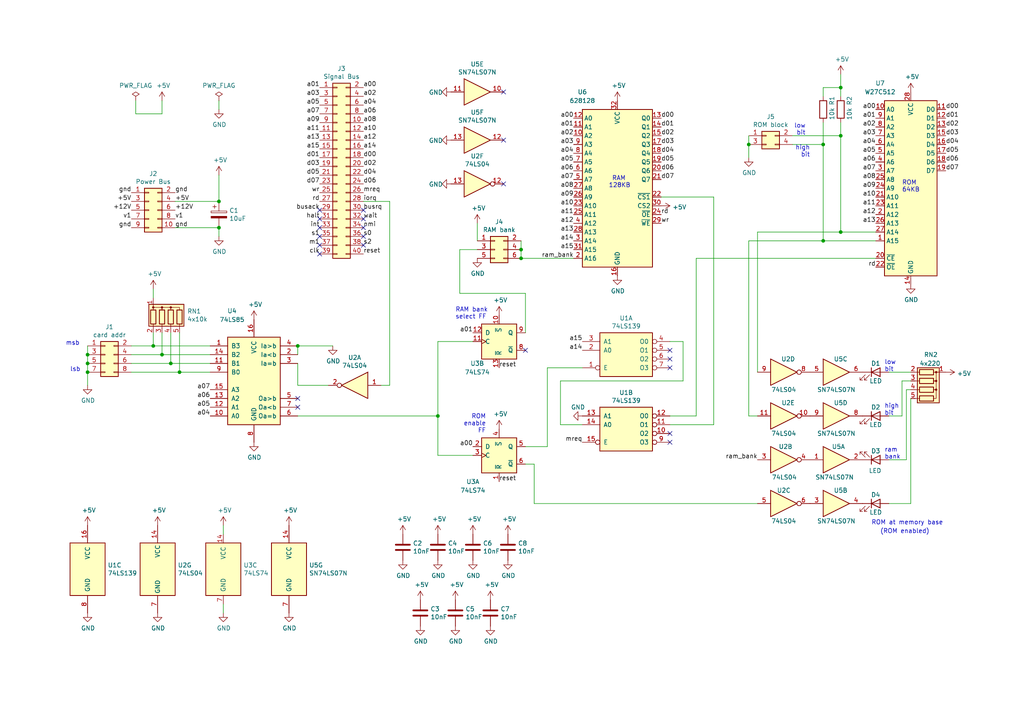
<source format=kicad_sch>
(kicad_sch (version 20211123) (generator eeschema)
  (paper "A4")
  (title_block (title "Memory Card for Z80 Modular Computer") (comment 1 "Also RAM bank (0 or 1) can be selected by hardware or software.") (comment 2 "CPU can disable ROM and work with full 64KB RAM, allowing bootstrap for CP/M.") (comment 3 "User can select which 16KB block of ROM will be used via jumpers (blocks 0, 1, 2 or 3).") (comment 4 "During initialization, bottom 16KB are ROM and the remaining 48KB are RAM."))
  (lib_symbols
    (symbol "74xx:74LS04"
      (property "Reference" "U" (at 0 1.27 0))
      (property "Value" "74LS04" (at 0 -1.27 0))
      (symbol "74LS04_1_0"
        (pin input line (at -7.62 0 0) (length 3.81) (name "~") (number "1"))
        (pin output inverted (at 7.62 0 180) (length 3.81) (name "~") (number "2"))
      )
      (symbol "74LS04_2_0"
        (pin input line (at -7.62 0 0) (length 3.81) (name "~") (number "3"))
        (pin output inverted (at 7.62 0 180) (length 3.81) (name "~") (number "4"))
      )
      (symbol "74LS04_3_0"
        (pin input line (at -7.62 0 0) (length 3.81) (name "~") (number "5"))
        (pin output inverted (at 7.62 0 180) (length 3.81) (name "~") (number "6"))
      )
      (symbol "74LS04_4_0"
        (pin output inverted (at 7.62 0 180) (length 3.81) (name "~") (number "8"))
        (pin input line (at -7.62 0 0) (length 3.81) (name "~") (number "9"))
      )
      (symbol "74LS04_5_0"
        (pin output inverted (at 7.62 0 180) (length 3.81) (name "~") (number "10"))
        (pin input line (at -7.62 0 0) (length 3.81) (name "~") (number "11"))
      )
      (symbol "74LS04_6_0"
        (pin output inverted (at 7.62 0 180) (length 3.81) (name "~") (number "12"))
        (pin input line (at -7.62 0 0) (length 3.81) (name "~") (number "13"))
      )
      (symbol "74LS04_7_0"
        (pin power_in line (at 0 12.7 270) (length 5.08) (name "VCC") (number "14"))
        (pin power_in line (at 0 -12.7 90) (length 5.08) (name "GND") (number "7"))
      )
    )
    (symbol "74xx:74LS139" (pin_names (offset 1.016))
      (property "Reference" "U" (at -7.62 8.89 0))
      (property "Value" "74LS139" (at -7.62 -8.89 0))
      (symbol "74LS139_1_0"
        (pin input inverted (at -12.7 -5.08 0) (length 5.08) (name "E") (number "1"))
        (pin input line (at -12.7 0 0) (length 5.08) (name "A0") (number "2"))
        (pin input line (at -12.7 2.54 0) (length 5.08) (name "A1") (number "3"))
        (pin output inverted (at 12.7 2.54 180) (length 5.08) (name "O0") (number "4"))
        (pin output inverted (at 12.7 0 180) (length 5.08) (name "O1") (number "5"))
        (pin output inverted (at 12.7 -2.54 180) (length 5.08) (name "O2") (number "6"))
        (pin output inverted (at 12.7 -5.08 180) (length 5.08) (name "O3") (number "7"))
      )
      (symbol "74LS139_2_0"
        (pin output inverted (at 12.7 -2.54 180) (length 5.08) (name "O2") (number "10"))
        (pin output inverted (at 12.7 0 180) (length 5.08) (name "O1") (number "11"))
        (pin output inverted (at 12.7 2.54 180) (length 5.08) (name "O0") (number "12"))
        (pin input line (at -12.7 2.54 0) (length 5.08) (name "A1") (number "13"))
        (pin input line (at -12.7 0 0) (length 5.08) (name "A0") (number "14"))
        (pin input inverted (at -12.7 -5.08 0) (length 5.08) (name "E") (number "15"))
        (pin output inverted (at 12.7 -5.08 180) (length 5.08) (name "O3") (number "9"))
      )
      (symbol "74LS139_3_0"
        (pin power_in line (at 0 12.7 270) (length 5.08) (name "VCC") (number "16"))
        (pin power_in line (at 0 -12.7 90) (length 5.08) (name "GND") (number "8"))
      )
    )
    (symbol "74xx:74LS74" (pin_names (offset 1.016))
      (property "Reference" "U" (at -7.62 8.89 0))
      (property "Value" "74LS74" (at -7.62 -8.89 0))
      (symbol "74LS74_1_0"
        (pin input line (at 0 -7.62 90) (length 2.54) (name "~{R}") (number "1"))
        (pin input line (at -7.62 2.54 0) (length 2.54) (name "D") (number "2"))
        (pin input clock (at -7.62 0 0) (length 2.54) (name "C") (number "3"))
        (pin input line (at 0 7.62 270) (length 2.54) (name "~{S}") (number "4"))
        (pin output line (at 7.62 2.54 180) (length 2.54) (name "Q") (number "5"))
        (pin output line (at 7.62 -2.54 180) (length 2.54) (name "~{Q}") (number "6"))
      )
      (symbol "74LS74_2_0"
        (pin input line (at 0 7.62 270) (length 2.54) (name "~{S}") (number "10"))
        (pin input clock (at -7.62 0 0) (length 2.54) (name "C") (number "11"))
        (pin input line (at -7.62 2.54 0) (length 2.54) (name "D") (number "12"))
        (pin input line (at 0 -7.62 90) (length 2.54) (name "~{R}") (number "13"))
        (pin output line (at 7.62 -2.54 180) (length 2.54) (name "~{Q}") (number "8"))
        (pin output line (at 7.62 2.54 180) (length 2.54) (name "Q") (number "9"))
      )
      (symbol "74LS74_3_0"
        (pin power_in line (at 0 10.16 270) (length 2.54) (name "VCC") (number "14"))
        (pin power_in line (at 0 -10.16 90) (length 2.54) (name "GND") (number "7"))
      )
    )
    (symbol "74xx:74LS85" (pin_names (offset 1.016))
      (property "Reference" "U" (at -7.62 13.97 0))
      (property "Value" "74LS85" (at -7.62 -13.97 0))
      (symbol "74LS85_1_0"
        (pin input line (at -12.7 10.16 0) (length 5.08) (name "B3") (number "1"))
        (pin input line (at -12.7 -10.16 0) (length 5.08) (name "A0") (number "10"))
        (pin input line (at -12.7 5.08 0) (length 5.08) (name "B1") (number "11"))
        (pin input line (at -12.7 -7.62 0) (length 5.08) (name "A1") (number "12"))
        (pin input line (at -12.7 -5.08 0) (length 5.08) (name "A2") (number "13"))
        (pin input line (at -12.7 7.62 0) (length 5.08) (name "B2") (number "14"))
        (pin input line (at -12.7 -2.54 0) (length 5.08) (name "A3") (number "15"))
        (pin power_in line (at 0 17.78 270) (length 5.08) (name "VCC") (number "16"))
        (pin input line (at 12.7 7.62 180) (length 5.08) (name "Ia<b") (number "2"))
        (pin input line (at 12.7 5.08 180) (length 5.08) (name "Ia=b") (number "3"))
        (pin input line (at 12.7 10.16 180) (length 5.08) (name "Ia>b") (number "4"))
        (pin output line (at 12.7 -5.08 180) (length 5.08) (name "Oa>b") (number "5"))
        (pin output line (at 12.7 -10.16 180) (length 5.08) (name "Oa=b") (number "6"))
        (pin output line (at 12.7 -7.62 180) (length 5.08) (name "Oa<b") (number "7"))
        (pin power_in line (at 0 -17.78 90) (length 5.08) (name "GND") (number "8"))
        (pin input line (at -12.7 2.54 0) (length 5.08) (name "B0") (number "9"))
      )
    )
    (symbol "74xx:SN74LS07N" (pin_names (offset 1.016))
      (property "Reference" "U" (at 0 1.27 0))
      (property "Value" "SN74LS07N" (at 0 -1.27 0))
      (symbol "SN74LS07N_1_0"
        (pin input line (at -7.62 0 0) (length 3.81) (name "~") (number "1"))
        (pin open_collector line (at 7.62 0 180) (length 3.81) (name "~") (number "2"))
      )
      (symbol "SN74LS07N_2_0"
        (pin input line (at -7.62 0 0) (length 3.81) (name "~") (number "3"))
        (pin open_collector line (at 7.62 0 180) (length 3.81) (name "~") (number "4"))
      )
      (symbol "SN74LS07N_3_0"
        (pin input line (at -7.62 0 0) (length 3.81) (name "~") (number "5"))
        (pin open_collector line (at 7.62 0 180) (length 3.81) (name "~") (number "6"))
      )
      (symbol "SN74LS07N_4_0"
        (pin open_collector line (at 7.62 0 180) (length 3.81) (name "~") (number "8"))
        (pin input line (at -7.62 0 0) (length 3.81) (name "~") (number "9"))
      )
      (symbol "SN74LS07N_5_0"
        (pin open_collector line (at 7.62 0 180) (length 3.81) (name "~") (number "10"))
        (pin input line (at -7.62 0 0) (length 3.81) (name "~") (number "11"))
      )
      (symbol "SN74LS07N_6_0"
        (pin open_collector line (at 7.62 0 180) (length 3.81) (name "~") (number "12"))
        (pin input line (at -7.62 0 0) (length 3.81) (name "~") (number "13"))
      )
      (symbol "SN74LS07N_7_0"
        (pin power_in line (at 0 12.7 270) (length 5.08) (name "VCC") (number "14"))
        (pin power_in line (at 0 -12.7 90) (length 5.08) (name "GND") (number "7"))
      )
    )
    (symbol "Connector_Generic:Conn_02x02_Odd_Even" (pin_names (offset 1.016) hide)
      (property "Reference" "J" (at 1.27 2.54 0))
      (property "Value" "Conn_02x02_Odd_Even" (at 1.27 -5.08 0))
      (symbol "Conn_02x02_Odd_Even_1_1"
        (pin passive line (at -5.08 0 0) (length 3.81) (name "Pin_1") (number "1"))
        (pin passive line (at 7.62 0 180) (length 3.81) (name "Pin_2") (number "2"))
        (pin passive line (at -5.08 -2.54 0) (length 3.81) (name "Pin_3") (number "3"))
        (pin passive line (at 7.62 -2.54 180) (length 3.81) (name "Pin_4") (number "4"))
      )
    )
    (symbol "Connector_Generic:Conn_02x03_Odd_Even" (pin_names (offset 1.016) hide)
      (property "Reference" "J" (at 1.27 5.08 0))
      (property "Value" "Conn_02x03_Odd_Even" (at 1.27 -5.08 0))
      (symbol "Conn_02x03_Odd_Even_1_1"
        (pin passive line (at -5.08 2.54 0) (length 3.81) (name "Pin_1") (number "1"))
        (pin passive line (at 7.62 2.54 180) (length 3.81) (name "Pin_2") (number "2"))
        (pin passive line (at -5.08 0 0) (length 3.81) (name "Pin_3") (number "3"))
        (pin passive line (at 7.62 0 180) (length 3.81) (name "Pin_4") (number "4"))
        (pin passive line (at -5.08 -2.54 0) (length 3.81) (name "Pin_5") (number "5"))
        (pin passive line (at 7.62 -2.54 180) (length 3.81) (name "Pin_6") (number "6"))
      )
    )
    (symbol "Connector_Generic:Conn_02x04_Odd_Even" (pin_names (offset 1.016) hide)
      (property "Reference" "J" (at 1.27 5.08 0))
      (property "Value" "Conn_02x04_Odd_Even" (at 1.27 -7.62 0))
      (symbol "Conn_02x04_Odd_Even_1_1"
        (pin passive line (at -5.08 2.54 0) (length 3.81) (name "Pin_1") (number "1"))
        (pin passive line (at 7.62 2.54 180) (length 3.81) (name "Pin_2") (number "2"))
        (pin passive line (at -5.08 0 0) (length 3.81) (name "Pin_3") (number "3"))
        (pin passive line (at 7.62 0 180) (length 3.81) (name "Pin_4") (number "4"))
        (pin passive line (at -5.08 -2.54 0) (length 3.81) (name "Pin_5") (number "5"))
        (pin passive line (at 7.62 -2.54 180) (length 3.81) (name "Pin_6") (number "6"))
        (pin passive line (at -5.08 -5.08 0) (length 3.81) (name "Pin_7") (number "7"))
        (pin passive line (at 7.62 -5.08 180) (length 3.81) (name "Pin_8") (number "8"))
      )
    )
    (symbol "Connector_Generic:Conn_02x05_Odd_Even" (pin_names (offset 1.016) hide)
      (property "Reference" "J" (at 1.27 7.62 0))
      (property "Value" "Conn_02x05_Odd_Even" (at 1.27 -7.62 0))
      (symbol "Conn_02x05_Odd_Even_1_1"
        (pin passive line (at -5.08 5.08 0) (length 3.81) (name "Pin_1") (number "1"))
        (pin passive line (at 7.62 -5.08 180) (length 3.81) (name "Pin_10") (number "10"))
        (pin passive line (at 7.62 5.08 180) (length 3.81) (name "Pin_2") (number "2"))
        (pin passive line (at -5.08 2.54 0) (length 3.81) (name "Pin_3") (number "3"))
        (pin passive line (at 7.62 2.54 180) (length 3.81) (name "Pin_4") (number "4"))
        (pin passive line (at -5.08 0 0) (length 3.81) (name "Pin_5") (number "5"))
        (pin passive line (at 7.62 0 180) (length 3.81) (name "Pin_6") (number "6"))
        (pin passive line (at -5.08 -2.54 0) (length 3.81) (name "Pin_7") (number "7"))
        (pin passive line (at 7.62 -2.54 180) (length 3.81) (name "Pin_8") (number "8"))
        (pin passive line (at -5.08 -5.08 0) (length 3.81) (name "Pin_9") (number "9"))
      )
    )
    (symbol "Connector_Generic:Conn_02x20_Odd_Even" (pin_names (offset 1.016) hide)
      (property "Reference" "J" (at 1.27 25.4 0))
      (property "Value" "Conn_02x20_Odd_Even" (at 1.27 -27.94 0))
      (symbol "Conn_02x20_Odd_Even_1_1"
        (pin passive line (at -5.08 22.86 0) (length 3.81) (name "Pin_1") (number "1"))
        (pin passive line (at 7.62 12.7 180) (length 3.81) (name "Pin_10") (number "10"))
        (pin passive line (at -5.08 10.16 0) (length 3.81) (name "Pin_11") (number "11"))
        (pin passive line (at 7.62 10.16 180) (length 3.81) (name "Pin_12") (number "12"))
        (pin passive line (at -5.08 7.62 0) (length 3.81) (name "Pin_13") (number "13"))
        (pin passive line (at 7.62 7.62 180) (length 3.81) (name "Pin_14") (number "14"))
        (pin passive line (at -5.08 5.08 0) (length 3.81) (name "Pin_15") (number "15"))
        (pin passive line (at 7.62 5.08 180) (length 3.81) (name "Pin_16") (number "16"))
        (pin passive line (at -5.08 2.54 0) (length 3.81) (name "Pin_17") (number "17"))
        (pin passive line (at 7.62 2.54 180) (length 3.81) (name "Pin_18") (number "18"))
        (pin passive line (at -5.08 0 0) (length 3.81) (name "Pin_19") (number "19"))
        (pin passive line (at 7.62 22.86 180) (length 3.81) (name "Pin_2") (number "2"))
        (pin passive line (at 7.62 0 180) (length 3.81) (name "Pin_20") (number "20"))
        (pin passive line (at -5.08 -2.54 0) (length 3.81) (name "Pin_21") (number "21"))
        (pin passive line (at 7.62 -2.54 180) (length 3.81) (name "Pin_22") (number "22"))
        (pin passive line (at -5.08 -5.08 0) (length 3.81) (name "Pin_23") (number "23"))
        (pin passive line (at 7.62 -5.08 180) (length 3.81) (name "Pin_24") (number "24"))
        (pin passive line (at -5.08 -7.62 0) (length 3.81) (name "Pin_25") (number "25"))
        (pin passive line (at 7.62 -7.62 180) (length 3.81) (name "Pin_26") (number "26"))
        (pin passive line (at -5.08 -10.16 0) (length 3.81) (name "Pin_27") (number "27"))
        (pin passive line (at 7.62 -10.16 180) (length 3.81) (name "Pin_28") (number "28"))
        (pin passive line (at -5.08 -12.7 0) (length 3.81) (name "Pin_29") (number "29"))
        (pin passive line (at -5.08 20.32 0) (length 3.81) (name "Pin_3") (number "3"))
        (pin passive line (at 7.62 -12.7 180) (length 3.81) (name "Pin_30") (number "30"))
        (pin passive line (at -5.08 -15.24 0) (length 3.81) (name "Pin_31") (number "31"))
        (pin passive line (at 7.62 -15.24 180) (length 3.81) (name "Pin_32") (number "32"))
        (pin passive line (at -5.08 -17.78 0) (length 3.81) (name "Pin_33") (number "33"))
        (pin passive line (at 7.62 -17.78 180) (length 3.81) (name "Pin_34") (number "34"))
        (pin passive line (at -5.08 -20.32 0) (length 3.81) (name "Pin_35") (number "35"))
        (pin passive line (at 7.62 -20.32 180) (length 3.81) (name "Pin_36") (number "36"))
        (pin passive line (at -5.08 -22.86 0) (length 3.81) (name "Pin_37") (number "37"))
        (pin passive line (at 7.62 -22.86 180) (length 3.81) (name "Pin_38") (number "38"))
        (pin passive line (at -5.08 -25.4 0) (length 3.81) (name "Pin_39") (number "39"))
        (pin passive line (at 7.62 20.32 180) (length 3.81) (name "Pin_4") (number "4"))
        (pin passive line (at 7.62 -25.4 180) (length 3.81) (name "Pin_40") (number "40"))
        (pin passive line (at -5.08 17.78 0) (length 3.81) (name "Pin_5") (number "5"))
        (pin passive line (at 7.62 17.78 180) (length 3.81) (name "Pin_6") (number "6"))
        (pin passive line (at -5.08 15.24 0) (length 3.81) (name "Pin_7") (number "7"))
        (pin passive line (at 7.62 15.24 180) (length 3.81) (name "Pin_8") (number "8"))
        (pin passive line (at -5.08 12.7 0) (length 3.81) (name "Pin_9") (number "9"))
      )
    )
    (symbol "Device:C" (pin_numbers hide) (pin_names (offset 0.254))
      (property "Reference" "C" (at 0.635 2.54 0))
      (property "Value" "C" (at 0.635 -2.54 0))
      (symbol "C_1_1"
        (pin passive line (at 0 3.81 270) (length 2.794) (name "~") (number "1"))
        (pin passive line (at 0 -3.81 90) (length 2.794) (name "~") (number "2"))
      )
    )
    (symbol "Device:CP" (pin_numbers hide) (pin_names (offset 0.254))
      (property "Reference" "C" (at 0.635 2.54 0))
      (property "Value" "Device_CP" (at 0.635 -2.54 0))
      (symbol "CP_1_1"
        (pin passive line (at 0 3.81 270) (length 2.794) (name "~") (number "1"))
        (pin passive line (at 0 -3.81 90) (length 2.794) (name "~") (number "2"))
      )
    )
    (symbol "Device:LED" (pin_numbers hide) (pin_names (offset 1.016) hide)
      (property "Reference" "D" (at 0 2.54 0))
      (property "Value" "LED" (at 0 -2.54 0))
      (symbol "LED_1_1"
        (pin passive line (at -3.81 0 0) (length 2.54) (name "K") (number "1"))
        (pin passive line (at 3.81 0 180) (length 2.54) (name "A") (number "2"))
      )
    )
    (symbol "Device:R" (pin_numbers hide) (pin_names (offset 0))
      (property "Reference" "R" (at 2.032 0 90))
      (property "Value" "R" (at 0 0 90))
      (symbol "R_1_1"
        (pin passive line (at 0 3.81 270) (length 1.27) (name "~") (number "1"))
        (pin passive line (at 0 -3.81 90) (length 1.27) (name "~") (number "2"))
      )
    )
    (symbol "Device:R_Network04" (pin_names (offset 0) hide)
      (property "Reference" "RN" (at -7.62 0 90))
      (property "Value" "R_Network04" (at 5.08 0 90))
      (symbol "R_Network04_1_1"
        (pin passive line (at -5.08 5.08 270) (length 2.54) (name "common") (number "1"))
        (pin passive line (at -5.08 -5.08 90) (length 1.27) (name "R1") (number "2"))
        (pin passive line (at -2.54 -5.08 90) (length 1.27) (name "R2") (number "3"))
        (pin passive line (at 0 -5.08 90) (length 1.27) (name "R3") (number "4"))
        (pin passive line (at 2.54 -5.08 90) (length 1.27) (name "R4") (number "5"))
      )
    )
    (symbol "Memory_EPROM:27C512"
      (property "Reference" "U" (at -7.62 26.67 0))
      (property "Value" "27C512" (at 2.54 -26.67 0))
      (symbol "27C512_1_1"
        (pin input line (at -10.16 -15.24 0) (length 2.54) (name "A15") (number "1"))
        (pin input line (at -10.16 22.86 0) (length 2.54) (name "A0") (number "10"))
        (pin tri_state line (at 10.16 22.86 180) (length 2.54) (name "D0") (number "11"))
        (pin tri_state line (at 10.16 20.32 180) (length 2.54) (name "D1") (number "12"))
        (pin tri_state line (at 10.16 17.78 180) (length 2.54) (name "D2") (number "13"))
        (pin power_in line (at 0 -27.94 90) (length 2.54) (name "GND") (number "14"))
        (pin tri_state line (at 10.16 15.24 180) (length 2.54) (name "D3") (number "15"))
        (pin tri_state line (at 10.16 12.7 180) (length 2.54) (name "D4") (number "16"))
        (pin tri_state line (at 10.16 10.16 180) (length 2.54) (name "D5") (number "17"))
        (pin tri_state line (at 10.16 7.62 180) (length 2.54) (name "D6") (number "18"))
        (pin tri_state line (at 10.16 5.08 180) (length 2.54) (name "D7") (number "19"))
        (pin input line (at -10.16 -7.62 0) (length 2.54) (name "A12") (number "2"))
        (pin input line (at -10.16 -20.32 0) (length 2.54) (name "~{CE}") (number "20"))
        (pin input line (at -10.16 -2.54 0) (length 2.54) (name "A10") (number "21"))
        (pin input line (at -10.16 -22.86 0) (length 2.54) (name "~{OE}") (number "22"))
        (pin input line (at -10.16 -5.08 0) (length 2.54) (name "A11") (number "23"))
        (pin input line (at -10.16 0 0) (length 2.54) (name "A9") (number "24"))
        (pin input line (at -10.16 2.54 0) (length 2.54) (name "A8") (number "25"))
        (pin input line (at -10.16 -10.16 0) (length 2.54) (name "A13") (number "26"))
        (pin input line (at -10.16 -12.7 0) (length 2.54) (name "A14") (number "27"))
        (pin power_in line (at 0 27.94 270) (length 2.54) (name "VCC") (number "28"))
        (pin input line (at -10.16 5.08 0) (length 2.54) (name "A7") (number "3"))
        (pin input line (at -10.16 7.62 0) (length 2.54) (name "A6") (number "4"))
        (pin input line (at -10.16 10.16 0) (length 2.54) (name "A5") (number "5"))
        (pin input line (at -10.16 12.7 0) (length 2.54) (name "A4") (number "6"))
        (pin input line (at -10.16 15.24 0) (length 2.54) (name "A3") (number "7"))
        (pin input line (at -10.16 17.78 0) (length 2.54) (name "A2") (number "8"))
        (pin input line (at -10.16 20.32 0) (length 2.54) (name "A1") (number "9"))
      )
    )
    (symbol "Memory_RAM:628128_DIP32_SSOP32"
      (property "Reference" "U" (at -10.16 23.495 0))
      (property "Value" "628128_DIP32_SSOP32" (at 2.54 23.495 0))
      (symbol "628128_DIP32_SSOP32_0_0"
        (pin power_in line (at 0 -25.4 90) (length 2.54) (name "GND") (number "16"))
        (pin power_in line (at 0 25.4 270) (length 2.54) (name "VCC") (number "32"))
      )
      (symbol "628128_DIP32_SSOP32_1_1"
        (pin no_connect line (at 10.16 -20.32 180) (length 2.54) hide (name "NC") (number "1"))
        (pin input line (at -12.7 15.24 0) (length 2.54) (name "A2") (number "10"))
        (pin input line (at -12.7 17.78 0) (length 2.54) (name "A1") (number "11"))
        (pin input line (at -12.7 20.32 0) (length 2.54) (name "A0") (number "12"))
        (pin tri_state line (at 12.7 20.32 180) (length 2.54) (name "Q0") (number "13"))
        (pin tri_state line (at 12.7 17.78 180) (length 2.54) (name "Q1") (number "14"))
        (pin tri_state line (at 12.7 15.24 180) (length 2.54) (name "Q2") (number "15"))
        (pin tri_state line (at 12.7 12.7 180) (length 2.54) (name "Q3") (number "17"))
        (pin tri_state line (at 12.7 10.16 180) (length 2.54) (name "Q4") (number "18"))
        (pin tri_state line (at 12.7 7.62 180) (length 2.54) (name "Q5") (number "19"))
        (pin input line (at -12.7 -20.32 0) (length 2.54) (name "A16") (number "2"))
        (pin tri_state line (at 12.7 5.08 180) (length 2.54) (name "Q6") (number "20"))
        (pin tri_state line (at 12.7 2.54 180) (length 2.54) (name "Q7") (number "21"))
        (pin input line (at 12.7 -2.54 180) (length 2.54) (name "~{CS1}") (number "22"))
        (pin input line (at -12.7 -5.08 0) (length 2.54) (name "A10") (number "23"))
        (pin input line (at 12.7 -7.62 180) (length 2.54) (name "~{OE}") (number "24"))
        (pin input line (at -12.7 -7.62 0) (length 2.54) (name "A11") (number "25"))
        (pin input line (at -12.7 -2.54 0) (length 2.54) (name "A9") (number "26"))
        (pin input line (at -12.7 0 0) (length 2.54) (name "A8") (number "27"))
        (pin input line (at -12.7 -12.7 0) (length 2.54) (name "A13") (number "28"))
        (pin input line (at 12.7 -10.16 180) (length 2.54) (name "~{WE}") (number "29"))
        (pin input line (at -12.7 -15.24 0) (length 2.54) (name "A14") (number "3"))
        (pin input line (at 12.7 -5.08 180) (length 2.54) (name "CS2") (number "30"))
        (pin input line (at -12.7 -17.78 0) (length 2.54) (name "A15") (number "31"))
        (pin input line (at -12.7 -10.16 0) (length 2.54) (name "A12") (number "4"))
        (pin input line (at -12.7 2.54 0) (length 2.54) (name "A7") (number "5"))
        (pin input line (at -12.7 5.08 0) (length 2.54) (name "A6") (number "6"))
        (pin input line (at -12.7 7.62 0) (length 2.54) (name "A5") (number "7"))
        (pin input line (at -12.7 10.16 0) (length 2.54) (name "A4") (number "8"))
        (pin input line (at -12.7 12.7 0) (length 2.54) (name "A3") (number "9"))
      )
    )
    (symbol "power:+5V" (power) (pin_names (offset 0))
      (property "Value" "+5V" (at 0 3.556 0))
      (symbol "+5V_1_1"
        (pin power_in line (at 0 0 90) (length 0) hide (name "+5V") (number "1"))
      )
    )
    (symbol "power:GND" (power) (pin_names (offset 0))
      (property "Value" "GND" (at 0 -3.81 0))
      (symbol "GND_1_1"
        (pin power_in line (at 0 0 270) (length 0) hide (name "GND") (number "1"))
      )
    )
    (symbol "power:PWR_FLAG" (power) (pin_numbers hide) (pin_names (offset 0) hide)
      (property "Value" "PWR_FLAG" (at 0 3.81 0))
      (symbol "PWR_FLAG_0_0"
        (pin power_out line (at 0 0 90) (length 0) (name "pwr") (number "1"))
      )
    )
  )
  (junction (at 243.84 67.31))
  (junction (at 243.84 25.4))
  (junction (at 25.4 105.41))
  (junction (at 217.17 41.91))
  (junction (at 46.99 102.87))
  (junction (at 25.4 107.95))
  (junction (at 151.13 72.39))
  (junction (at 151.13 74.93))
  (junction (at 52.07 107.95))
  (junction (at 49.53 105.41))
  (junction (at 44.45 100.33))
  (junction (at 25.4 102.87))
  (junction (at 63.5 58.42))
  (junction (at 238.76 69.85))
  (junction (at 86.36 100.33))
  (junction (at 63.5 66.04))
  (junction (at 127 120.65))
  (junction (at 238.76 41.91))
  (junction (at 243.84 39.37))
  (no_connect (at 92.71 71.12))
  (no_connect (at 105.41 66.04))
  (no_connect (at 146.05 26.67))
  (no_connect (at 92.71 60.96))
  (no_connect (at 105.41 63.5))
  (no_connect (at 86.36 115.57))
  (no_connect (at 194.31 101.6))
  (no_connect (at 105.41 71.12))
  (no_connect (at 194.31 106.68))
  (no_connect (at 194.31 104.14))
  (no_connect (at 105.41 60.96))
  (no_connect (at 152.4 101.6))
  (no_connect (at 92.71 63.5))
  (no_connect (at 92.71 66.04))
  (no_connect (at 146.05 53.34))
  (no_connect (at 86.36 118.11))
  (no_connect (at 105.41 68.58))
  (no_connect (at 194.31 125.73))
  (no_connect (at 146.05 40.64))
  (no_connect (at 92.71 73.66))
  (no_connect (at 92.71 68.58))
  (no_connect (at 194.31 128.27))
  (wire (pts (xy 152.4 85.09) (xy 133.35 85.09)))
  (wire (pts (xy 243.84 39.37) (xy 243.84 67.31)))
  (wire (pts (xy 52.07 107.95) (xy 60.96 107.95)))
  (wire (pts (xy 95.25 111.76) (xy 86.36 111.76)))
  (wire (pts (xy 207.01 123.19) (xy 194.31 123.19)))
  (wire (pts (xy 49.53 105.41) (xy 60.96 105.41)))
  (wire (pts (xy 44.45 96.52) (xy 44.45 100.33)))
  (wire (pts (xy 133.35 85.09) (xy 133.35 72.39)))
  (wire (pts (xy 217.17 41.91) (xy 217.17 39.37)))
  (wire (pts (xy 264.16 115.57) (xy 264.16 146.05)))
  (wire (pts (xy 25.4 100.33) (xy 25.4 102.87)))
  (wire (pts (xy 201.93 74.93) (xy 254 74.93)))
  (wire (pts (xy 63.5 66.04) (xy 50.8 66.04)))
  (wire (pts (xy 264.16 110.49) (xy 261.62 110.49)))
  (wire (pts (xy 44.45 100.33) (xy 60.96 100.33)))
  (wire (pts (xy 162.56 123.19) (xy 168.91 123.19)))
  (wire (pts (xy 152.4 134.62) (xy 154.94 134.62)))
  (wire (pts (xy 52.07 96.52) (xy 52.07 107.95)))
  (wire (pts (xy 201.93 74.93) (xy 201.93 120.65)))
  (wire (pts (xy 217.17 69.85) (xy 238.76 69.85)))
  (wire (pts (xy 46.99 33.02) (xy 46.99 29.21)))
  (wire (pts (xy 198.12 110.49) (xy 162.56 110.49)))
  (wire (pts (xy 64.77 152.4) (xy 64.77 154.94)))
  (wire (pts (xy 264.16 113.03) (xy 262.89 113.03)))
  (wire (pts (xy 44.45 83.82) (xy 44.45 86.36)))
  (wire (pts (xy 151.13 72.39) (xy 151.13 69.85)))
  (wire (pts (xy 238.76 41.91) (xy 238.76 69.85)))
  (wire (pts (xy 238.76 69.85) (xy 254 69.85)))
  (wire (pts (xy 138.43 64.77) (xy 138.43 69.85)))
  (wire (pts (xy 191.77 57.15) (xy 207.01 57.15)))
  (wire (pts (xy 113.03 58.42) (xy 113.03 111.76)))
  (wire (pts (xy 243.84 67.31) (xy 254 67.31)))
  (wire (pts (xy 96.52 100.33) (xy 86.36 100.33)))
  (wire (pts (xy 127 120.65) (xy 127 132.08)))
  (wire (pts (xy 229.87 41.91) (xy 238.76 41.91)))
  (wire (pts (xy 158.75 106.68) (xy 168.91 106.68)))
  (wire (pts (xy 243.84 35.56) (xy 243.84 39.37)))
  (wire (pts (xy 86.36 105.41) (xy 86.36 111.76)))
  (wire (pts (xy 38.1 100.33) (xy 44.45 100.33)))
  (wire (pts (xy 39.37 33.02) (xy 46.99 33.02)))
  (wire (pts (xy 219.71 146.05) (xy 154.94 146.05)))
  (wire (pts (xy 25.4 102.87) (xy 25.4 105.41)))
  (wire (pts (xy 63.5 68.58) (xy 63.5 66.04)))
  (wire (pts (xy 46.99 102.87) (xy 60.96 102.87)))
  (wire (pts (xy 219.71 107.95) (xy 219.71 67.31)))
  (wire (pts (xy 38.1 102.87) (xy 46.99 102.87)))
  (wire (pts (xy 63.5 29.21) (xy 63.5 31.75)))
  (wire (pts (xy 262.89 133.35) (xy 257.81 133.35)))
  (wire (pts (xy 63.5 58.42) (xy 50.8 58.42)))
  (wire (pts (xy 152.4 85.09) (xy 152.4 96.52)))
  (wire (pts (xy 127 99.06) (xy 127 120.65)))
  (wire (pts (xy 243.84 27.94) (xy 243.84 25.4)))
  (wire (pts (xy 152.4 129.54) (xy 158.75 129.54)))
  (wire (pts (xy 39.37 29.21) (xy 39.37 33.02)))
  (wire (pts (xy 217.17 45.72) (xy 217.17 41.91)))
  (wire (pts (xy 238.76 27.94) (xy 238.76 25.4)))
  (wire (pts (xy 63.5 50.8) (xy 63.5 58.42)))
  (wire (pts (xy 207.01 57.15) (xy 207.01 123.19)))
  (wire (pts (xy 217.17 120.65) (xy 217.17 69.85)))
  (wire (pts (xy 243.84 21.59) (xy 243.84 25.4)))
  (wire (pts (xy 194.31 120.65) (xy 201.93 120.65)))
  (wire (pts (xy 86.36 120.65) (xy 127 120.65)))
  (wire (pts (xy 262.89 113.03) (xy 262.89 133.35)))
  (wire (pts (xy 229.87 39.37) (xy 243.84 39.37)))
  (wire (pts (xy 151.13 74.93) (xy 166.37 74.93)))
  (wire (pts (xy 25.4 111.76) (xy 25.4 107.95)))
  (wire (pts (xy 133.35 72.39) (xy 138.43 72.39)))
  (wire (pts (xy 64.77 175.26) (xy 64.77 177.8)))
  (wire (pts (xy 137.16 132.08) (xy 127 132.08)))
  (wire (pts (xy 137.16 99.06) (xy 127 99.06)))
  (wire (pts (xy 158.75 129.54) (xy 158.75 106.68)))
  (wire (pts (xy 219.71 120.65) (xy 217.17 120.65)))
  (wire (pts (xy 261.62 120.65) (xy 257.81 120.65)))
  (wire (pts (xy 238.76 41.91) (xy 238.76 35.56)))
  (wire (pts (xy 154.94 134.62) (xy 154.94 146.05)))
  (wire (pts (xy 113.03 58.42) (xy 105.41 58.42)))
  (wire (pts (xy 46.99 96.52) (xy 46.99 102.87)))
  (wire (pts (xy 194.31 99.06) (xy 198.12 99.06)))
  (wire (pts (xy 219.71 67.31) (xy 243.84 67.31)))
  (wire (pts (xy 113.03 111.76) (xy 110.49 111.76)))
  (wire (pts (xy 264.16 107.95) (xy 257.81 107.95)))
  (wire (pts (xy 38.1 105.41) (xy 49.53 105.41)))
  (wire (pts (xy 49.53 96.52) (xy 49.53 105.41)))
  (wire (pts (xy 198.12 99.06) (xy 198.12 110.49)))
  (wire (pts (xy 38.1 107.95) (xy 52.07 107.95)))
  (wire (pts (xy 264.16 146.05) (xy 257.81 146.05)))
  (wire (pts (xy 151.13 74.93) (xy 151.13 72.39)))
  (wire (pts (xy 25.4 105.41) (xy 25.4 107.95)))
  (wire (pts (xy 238.76 25.4) (xy 243.84 25.4)))
  (wire (pts (xy 162.56 110.49) (xy 162.56 123.19)))
  (wire (pts (xy 86.36 100.33) (xy 86.36 102.87)))
  (wire (pts (xy 261.62 110.49) (xy 261.62 120.65)))
  (text " RAM\n128KB" (at 176.53 54.61 0) (effects (font (size 1.27 1.27)) (justify left bottom)))
  (text "high\nbit" (at 256.54 120.65 0) (effects (font (size 1.27 1.27)) (justify left bottom)))
  (text "ROM at memory base" (at 252.73 152.4 0) (effects (font (size 1.27 1.27)) (justify left bottom)))
  (text "(ROM enabled)" (at 255.27 154.94 0) (effects (font (size 1.27 1.27)) (justify left bottom)))
  (text "lsb" (at 20.32 107.95 0) (effects (font (size 1.27 1.27)) (justify left bottom)))
  (text "ROM\nenable\nFF" (at 140.97 125.73 180) (effects (font (size 1.27 1.27)) (justify right bottom)))
  (text "high\nbit" (at 234.95 45.72 180) (effects (font (size 1.27 1.27)) (justify right bottom)))
  (text "ROM\n64KB" (at 261.62 55.88 0) (effects (font (size 1.27 1.27)) (justify left bottom)))
  (text "low\nbit" (at 233.68 39.37 180) (effects (font (size 1.27 1.27)) (justify right bottom)))
  (text "low\nbit" (at 256.54 107.95 0) (effects (font (size 1.27 1.27)) (justify left bottom)))
  (text "msb" (at 19.05 100.33 0) (effects (font (size 1.27 1.27)) (justify left bottom)))
  (text "RAM bank\nselect FF" (at 132.08 92.71 0) (effects (font (size 1.27 1.27)) (justify left bottom)))
  (text "ram\nbank" (at 256.54 133.35 0) (effects (font (size 1.27 1.27)) (justify left bottom)))
  (label "s0" (at 105.41 68.58 0))
  (label "a04" (at 254 41.91 180))
  (label "d00" (at 105.41 45.72 0))
  (label "d02" (at 191.77 39.37 0))
  (label "a02" (at 105.41 27.94 0))
  (label "a02" (at 166.37 39.37 180))
  (label "a07" (at 166.37 52.07 180))
  (label "+12V" (at 38.1 60.96 180))
  (label "d02" (at 274.32 36.83 0))
  (label "d06" (at 274.32 46.99 0))
  (label "nmi" (at 105.41 66.04 0))
  (label "a00" (at 137.16 129.54 180))
  (label "a06" (at 105.41 33.02 0))
  (label "a00" (at 105.41 25.4 0))
  (label "a15" (at 92.71 43.18 180))
  (label "v1" (at 38.1 63.5 180))
  (label "a08" (at 254 52.07 180))
  (label "a13" (at 254 64.77 180))
  (label "gnd" (at 38.1 66.04 180))
  (label "rd" (at 254 77.47 180))
  (label "d04" (at 274.32 41.91 0))
  (label "a00" (at 254 31.75 180))
  (label "a06" (at 60.96 115.57 180))
  (label "a11" (at 92.71 38.1 180))
  (label "a09" (at 166.37 57.15 180))
  (label "d06" (at 191.77 49.53 0))
  (label "d00" (at 274.32 31.75 0))
  (label "d04" (at 191.77 44.45 0))
  (label "a11" (at 166.37 62.23 180))
  (label "a01" (at 254 34.29 180))
  (label "a10" (at 166.37 59.69 180))
  (label "d07" (at 191.77 52.07 0))
  (label "s1" (at 92.71 68.58 180))
  (label "mreq" (at 168.91 128.27 180))
  (label "clk" (at 92.71 73.66 180))
  (label "d05" (at 191.77 46.99 0))
  (label "a03" (at 254 39.37 180))
  (label "a15" (at 166.37 72.39 180))
  (label "a05" (at 60.96 118.11 180))
  (label "a09" (at 92.71 35.56 180))
  (label "a01" (at 166.37 36.83 180))
  (label "rd" (at 92.71 58.42 180))
  (label "a14" (at 105.41 43.18 0))
  (label "a07" (at 254 49.53 180))
  (label "d07" (at 274.32 49.53 0))
  (label "+5V" (at 38.1 58.42 180))
  (label "d03" (at 92.71 48.26 180))
  (label "a07" (at 92.71 33.02 180))
  (label "a13" (at 92.71 40.64 180))
  (label "+5V" (at 50.8 58.42 0))
  (label "ram_bank" (at 166.37 74.93 180))
  (label "v1" (at 50.8 63.5 0))
  (label "a04" (at 105.41 30.48 0))
  (label "ram_bank" (at 219.71 133.35 180))
  (label "a02" (at 254 36.83 180))
  (label "a04" (at 166.37 44.45 180))
  (label "d01" (at 92.71 45.72 180))
  (label "reset" (at 144.78 106.68 0))
  (label "a03" (at 92.71 27.94 180))
  (label "d01" (at 274.32 34.29 0))
  (label "a04" (at 60.96 120.65 180))
  (label "d02" (at 105.41 48.26 0))
  (label "a15" (at 168.91 99.06 180))
  (label "a11" (at 254 59.69 180))
  (label "a01" (at 137.16 96.52 180))
  (label "d04" (at 105.41 50.8 0))
  (label "d00" (at 191.77 34.29 0))
  (label "a12" (at 254 62.23 180))
  (label "iorq" (at 105.41 58.42 0))
  (label "busrq" (at 105.41 60.96 0))
  (label "a12" (at 105.41 40.64 0))
  (label "d05" (at 92.71 50.8 180))
  (label "a07" (at 60.96 113.03 180))
  (label "+12V" (at 50.8 60.96 0))
  (label "d03" (at 191.77 41.91 0))
  (label "a14" (at 168.91 101.6 180))
  (label "wr" (at 191.77 64.77 0))
  (label "busack" (at 92.71 60.96 180))
  (label "wr" (at 92.71 55.88 180))
  (label "d05" (at 274.32 44.45 0))
  (label "a05" (at 92.71 30.48 180))
  (label "a05" (at 254 44.45 180))
  (label "a14" (at 166.37 69.85 180))
  (label "a08" (at 166.37 54.61 180))
  (label "a06" (at 254 46.99 180))
  (label "wait" (at 105.41 63.5 0))
  (label "reset" (at 144.78 139.7 0))
  (label "s2" (at 105.41 71.12 0))
  (label "rd" (at 191.77 62.23 0))
  (label "a00" (at 166.37 34.29 180))
  (label "gnd" (at 38.1 55.88 180))
  (label "a09" (at 254 54.61 180))
  (label "a01" (at 92.71 25.4 180))
  (label "gnd" (at 50.8 66.04 0))
  (label "a06" (at 166.37 49.53 180))
  (label "halt" (at 92.71 63.5 180))
  (label "d03" (at 274.32 39.37 0))
  (label "a10" (at 254 57.15 180))
  (label "d06" (at 105.41 53.34 0))
  (label "gnd" (at 50.8 55.88 0))
  (label "int" (at 92.71 66.04 180))
  (label "d01" (at 191.77 36.83 0))
  (label "a05" (at 166.37 46.99 180))
  (label "d07" (at 92.71 53.34 180))
  (label "a03" (at 166.37 41.91 180))
  (label "a10" (at 105.41 38.1 0))
  (label "mreq" (at 105.41 55.88 0))
  (label "a08" (at 105.41 35.56 0))
  (label "reset" (at 105.41 73.66 0))
  (label "a13" (at 166.37 67.31 180))
  (label "a12" (at 166.37 64.77 180))
  (label "m1" (at 92.71 71.12 180))
  (symbol (lib_id "Connector_Generic:Conn_02x05_Odd_Even") (at 43.18 60.96 0) (unit 1)
    (property "Reference" "J2" (at 44.45 50.3682 0))
    (property "Value" "Power Bus" (at 44.45 52.6796 0))
    (property "Footprint" "Connector_PinHeader_2.54mm:PinHeader_2x05_P2.54mm_Vertical" (effects hide))
  )
  (symbol (lib_id "Connector_Generic:Conn_02x20_Odd_Even") (at 97.79 48.26 0) (unit 1)
    (property "Reference" "J3" (at 99.06 19.8882 0))
    (property "Value" "Signal Bus" (at 99.06 22.1996 0))
    (property "Footprint" "Connector_PinHeader_2.54mm:PinHeader_2x20_P2.54mm_Vertical" (effects hide))
  )
  (symbol (lib_id "power:+5V") (at 63.5 50.8 0) (unit 1)
    (property "Reference" "#PWR09" (effects hide))
    (property "Value" "+5V" (at 63.881 46.4058 0))
  )
  (symbol (lib_id "power:GND") (at 63.5 68.58 0) (unit 1)
    (property "Reference" "#PWR010" (effects hide))
    (property "Value" "GND" (at 63.627 72.9742 0))
  )
  (symbol (lib_id "Memory_EPROM:27C512") (at 264.16 54.61 0) (unit 1)
    (property "Reference" "U7" (at 255.27 24.13 0))
    (property "Value" "W27C512" (at 255.27 26.67 0))
    (property "Footprint" "Socket:DIP_Socket-28_W11.9_W12.7_W15.24_W17.78_W18.5_3M_228-1277-00-0602J" (effects hide))
    (property "Datasheet" "http://ww1.microchip.com/downloads/en/DeviceDoc/doc0015.pdf" (effects hide))
  )
  (symbol (lib_id "Memory_RAM:628128_DIP32_SSOP32") (at 179.07 54.61 0) (unit 1)
    (property "Reference" "U6" (at 168.91 26.67 0))
    (property "Value" "628128" (at 168.91 29.21 0))
    (property "Footprint" "Package_DIP:DIP-32_W15.24mm_Socket_LongPads" (effects hide))
    (property "Datasheet" "http://www.futurlec.com/Datasheet/Memory/628128.pdf" (effects hide))
  )
  (symbol (lib_id "power:+5V") (at 191.77 59.69 270) (unit 1)
    (property "Reference" "#PWR042" (effects hide))
    (property "Value" "+5V" (at 195.0212 60.071 90) (effects (justify left)))
  )
  (symbol (lib_id "power:+5V") (at 264.16 26.67 0) (unit 1)
    (property "Reference" "#PWR045" (effects hide))
    (property "Value" "+5V" (at 264.541 22.2758 0))
  )
  (symbol (lib_id "power:+5V") (at 179.07 29.21 0) (unit 1)
    (property "Reference" "#PWR040" (effects hide))
    (property "Value" "+5V" (at 179.451 24.8158 0))
  )
  (symbol (lib_id "power:GND") (at 179.07 80.01 0) (unit 1)
    (property "Reference" "#PWR041" (effects hide))
    (property "Value" "GND" (at 179.197 84.4042 0))
  )
  (symbol (lib_id "power:GND") (at 264.16 82.55 0) (unit 1)
    (property "Reference" "#PWR046" (effects hide))
    (property "Value" "GND" (at 264.287 86.9442 0))
  )
  (symbol (lib_id "74xx:74LS74") (at 144.78 132.08 0) (unit 1)
    (property "Reference" "U3" (at 137.16 139.7 0))
    (property "Value" "74LS74" (at 137.16 142.24 0))
    (property "Footprint" "Package_DIP:DIP-14_W7.62mm_Socket_LongPads" (effects hide))
    (property "Datasheet" "74xx/74hc_hct74.pdf" (effects hide))
  )
  (symbol (lib_id "power:PWR_FLAG") (at 39.37 29.21 0) (unit 1)
    (property "Reference" "#FLG01" (effects hide))
    (property "Value" "PWR_FLAG" (at 39.37 24.8158 0))
  )
  (symbol (lib_id "power:PWR_FLAG") (at 63.5 29.21 0) (unit 1)
    (property "Reference" "#FLG02" (effects hide))
    (property "Value" "PWR_FLAG" (at 63.5 24.8158 0))
  )
  (symbol (lib_id "power:GND") (at 63.5 31.75 0) (unit 1)
    (property "Reference" "#PWR08" (effects hide))
    (property "Value" "GND" (at 63.627 36.1442 0))
  )
  (symbol (lib_id "power:+5V") (at 46.99 29.21 0) (unit 1)
    (property "Reference" "#PWR07" (effects hide))
    (property "Value" "+5V" (at 47.371 24.8158 0))
  )
  (symbol (lib_id "Device:LED") (at 254 146.05 0) (unit 1)
    (property "Reference" "D4" (at 254 143.51 0))
    (property "Value" "LED" (at 254 148.59 0))
    (property "Footprint" "LED_THT:LED_D3.0mm" (effects hide))
  )
  (symbol (lib_id "74xx:74LS74") (at 64.77 165.1 0) (unit 3)
    (property "Reference" "U3" (at 70.612 163.9316 0) (effects (justify left)))
    (property "Value" "74LS74" (at 70.612 166.243 0) (effects (justify left)))
    (property "Footprint" "Package_DIP:DIP-14_W7.62mm_Socket_LongPads" (effects hide))
    (property "Datasheet" "74xx/74hc_hct74.pdf" (effects hide))
  )
  (symbol (lib_id "power:GND") (at 45.72 177.8 0) (unit 1)
    (property "Reference" "#PWR06" (effects hide))
    (property "Value" "GND" (at 45.847 182.1942 0))
  )
  (symbol (lib_id "power:+5V") (at 45.72 152.4 0) (unit 1)
    (property "Reference" "#PWR05" (effects hide))
    (property "Value" "+5V" (at 46.101 148.0058 0))
  )
  (symbol (lib_id "74xx:74LS85") (at 73.66 110.49 0) (unit 1)
    (property "Reference" "U4" (at 67.31 90.17 0))
    (property "Value" "74LS85" (at 67.31 92.71 0))
    (property "Footprint" "Package_DIP:DIP-16_W7.62mm_Socket_LongPads" (effects hide))
    (property "Datasheet" "http://www.ti.com/lit/gpn/sn74LS85" (effects hide))
  )
  (symbol (lib_id "Connector_Generic:Conn_02x04_Odd_Even") (at 30.48 102.87 0) (unit 1)
    (property "Reference" "J1" (at 31.75 94.8182 0))
    (property "Value" "card addr" (at 31.75 97.1296 0))
    (property "Footprint" "Connector_PinHeader_2.54mm:PinHeader_2x04_P2.54mm_Vertical" (effects hide))
  )
  (symbol (lib_id "power:+5V") (at 73.66 92.71 0) (unit 1)
    (property "Reference" "#PWR013" (effects hide))
    (property "Value" "+5V" (at 74.041 88.3158 0))
  )
  (symbol (lib_id "power:GND") (at 73.66 128.27 0) (unit 1)
    (property "Reference" "#PWR014" (effects hide))
    (property "Value" "GND" (at 73.787 132.6642 0))
  )
  (symbol (lib_id "power:GND") (at 96.52 100.33 0) (unit 1)
    (property "Reference" "#PWR017" (effects hide))
    (property "Value" "GND" (at 96.647 104.7242 0))
  )
  (symbol (lib_id "power:+5V") (at 44.45 83.82 0) (unit 1)
    (property "Reference" "#PWR04" (effects hide))
    (property "Value" "+5V" (at 44.831 79.4258 0))
  )
  (symbol (lib_id "power:GND") (at 25.4 111.76 0) (unit 1)
    (property "Reference" "#PWR01" (effects hide))
    (property "Value" "GND" (at 25.527 116.1542 0))
  )
  (symbol (lib_id "Connector_Generic:Conn_02x02_Odd_Even") (at 222.25 39.37 0) (unit 1)
    (property "Reference" "J5" (at 223.52 33.8582 0))
    (property "Value" "ROM block" (at 223.52 36.1696 0))
    (property "Footprint" "Connector_PinHeader_2.54mm:PinHeader_2x02_P2.54mm_Vertical" (effects hide))
  )
  (symbol (lib_id "Device:R") (at 238.76 31.75 0) (unit 1)
    (property "Reference" "R1" (at 241.3 29.21 90))
    (property "Value" "10k" (at 241.3 33.02 90))
    (property "Footprint" "Resistor_THT:R_Axial_DIN0207_L6.3mm_D2.5mm_P10.16mm_Horizontal" (effects hide))
  )
  (symbol (lib_id "Device:R") (at 243.84 31.75 0) (unit 1)
    (property "Reference" "R2" (at 246.38 29.21 90))
    (property "Value" "10k" (at 246.38 33.02 90))
    (property "Footprint" "Resistor_THT:R_Axial_DIN0207_L6.3mm_D2.5mm_P10.16mm_Horizontal" (effects hide))
  )
  (symbol (lib_id "power:+5V") (at 243.84 21.59 0) (unit 1)
    (property "Reference" "#PWR044" (effects hide))
    (property "Value" "+5V" (at 244.221 17.1958 0))
  )
  (symbol (lib_id "power:GND") (at 217.17 45.72 0) (unit 1)
    (property "Reference" "#PWR043" (effects hide))
    (property "Value" "GND" (at 217.297 50.1142 0))
  )
  (symbol (lib_id "power:GND") (at 138.43 74.93 0) (unit 1)
    (property "Reference" "#PWR032" (effects hide))
    (property "Value" "GND" (at 138.557 79.3242 0))
  )
  (symbol (lib_id "power:+5V") (at 144.78 124.46 0) (unit 1)
    (property "Reference" "#PWR036" (effects hide))
    (property "Value" "+5V" (at 145.161 120.0658 0))
  )
  (symbol (lib_id "power:GND") (at 168.91 120.65 270) (unit 1)
    (property "Reference" "#PWR039" (effects hide))
    (property "Value" "GND" (at 167.64 118.11 90))
  )
  (symbol (lib_id "74xx:74LS139") (at 181.61 101.6 0) (unit 1)
    (property "Reference" "U1" (at 181.61 92.2782 0))
    (property "Value" "74LS139" (at 181.61 94.5896 0))
    (property "Footprint" "Package_DIP:DIP-16_W7.62mm_Socket_LongPads" (effects hide))
    (property "Datasheet" "http://www.ti.com/lit/gpn/sn74LS139" (effects hide))
  )
  (symbol (lib_id "74xx:74LS139") (at 181.61 123.19 0) (unit 2)
    (property "Reference" "U1" (at 181.61 113.8682 0))
    (property "Value" "74LS139" (at 181.61 116.1796 0))
    (property "Footprint" "Package_DIP:DIP-16_W7.62mm_Socket_LongPads" (effects hide))
    (property "Datasheet" "http://www.ti.com/lit/gpn/sn74LS139" (effects hide))
  )
  (symbol (lib_id "74xx:74LS139") (at 25.4 165.1 0) (unit 3)
    (property "Reference" "U1" (at 31.242 163.9316 0) (effects (justify left)))
    (property "Value" "74LS139" (at 31.242 166.243 0) (effects (justify left)))
    (property "Footprint" "Package_DIP:DIP-16_W7.62mm_Socket_LongPads" (effects hide))
    (property "Datasheet" "http://www.ti.com/lit/gpn/sn74LS139" (effects hide))
  )
  (symbol (lib_id "Device:LED") (at 254 120.65 0) (unit 1)
    (property "Reference" "D2" (at 254 118.11 0))
    (property "Value" "LED" (at 254 123.19 0))
    (property "Footprint" "LED_THT:LED_D3.0mm" (effects hide))
  )
  (symbol (lib_id "Device:LED") (at 254 107.95 0) (unit 1)
    (property "Reference" "D1" (at 254 105.41 0))
    (property "Value" "LED" (at 254 110.49 0))
    (property "Footprint" "LED_THT:LED_D3.0mm" (effects hide))
  )
  (symbol (lib_id "74xx:74LS74") (at 144.78 99.06 0) (unit 2)
    (property "Reference" "U3" (at 138.43 105.41 0))
    (property "Value" "74LS74" (at 138.43 107.95 0))
    (property "Footprint" "Package_DIP:DIP-14_W7.62mm_Socket_LongPads" (effects hide))
    (property "Datasheet" "74xx/74hc_hct74.pdf" (effects hide))
  )
  (symbol (lib_id "Connector_Generic:Conn_02x03_Odd_Even") (at 143.51 72.39 0) (unit 1)
    (property "Reference" "J4" (at 144.78 64.3382 0))
    (property "Value" "RAM bank" (at 144.78 66.6496 0))
    (property "Footprint" "Connector_PinHeader_2.54mm:PinHeader_2x03_P2.54mm_Vertical" (effects hide))
  )
  (symbol (lib_id "power:+5V") (at 138.43 64.77 0) (unit 1)
    (property "Reference" "#PWR031" (effects hide))
    (property "Value" "+5V" (at 138.811 60.3758 0))
  )
  (symbol (lib_id "Device:LED") (at 254 133.35 0) (mirror x) (unit 1)
    (property "Reference" "D3" (at 254 130.81 0))
    (property "Value" "LED" (at 253.8222 136.525 0))
    (property "Footprint" "LED_THT:LED_D3.0mm" (effects hide))
  )
  (symbol (lib_id "power:+5V") (at 144.78 91.44 0) (unit 1)
    (property "Reference" "#PWR035" (effects hide))
    (property "Value" "+5V" (at 145.161 87.0458 0))
  )
  (symbol (lib_id "Device:CP") (at 63.5 62.23 0) (unit 1)
    (property "Reference" "C1" (at 66.4972 61.0616 0) (effects (justify left)))
    (property "Value" "10uF" (at 66.4972 63.373 0) (effects (justify left)))
    (property "Footprint" "Capacitor_THT:CP_Radial_D5.0mm_P2.50mm" (effects hide))
  )
  (symbol (lib_id "Device:R_Network04") (at 49.53 91.44 0) (unit 1)
    (property "Reference" "RN1" (at 54.3052 90.2716 0) (effects (justify left)))
    (property "Value" "4x10k" (at 54.3052 92.583 0) (effects (justify left)))
    (property "Footprint" "Resistor_THT:R_Array_SIP5" (effects hide))
    (property "Datasheet" "http://www.vishay.com/docs/31509/csc.pdf" (effects hide))
  )
  (symbol (lib_id "74xx:74LS04") (at 45.72 165.1 0) (unit 7)
    (property "Reference" "U2" (at 51.562 163.9316 0) (effects (justify left)))
    (property "Value" "74LS04" (at 51.562 166.243 0) (effects (justify left)))
    (property "Footprint" "Package_DIP:DIP-14_W7.62mm_Socket_LongPads" (effects hide))
    (property "Datasheet" "http://www.ti.com/lit/gpn/sn74LS04" (effects hide))
  )
  (symbol (lib_id "Device:R_Network04") (at 269.24 113.03 270) (unit 1)
    (property "Reference" "RN2" (at 267.97 102.87 90) (effects (justify left)))
    (property "Value" "4x220" (at 266.7 105.41 90) (effects (justify left)))
    (property "Footprint" "Resistor_THT:R_Array_SIP5" (effects hide))
    (property "Datasheet" "http://www.vishay.com/docs/31509/csc.pdf" (effects hide))
  )
  (symbol (lib_id "74xx:74LS04") (at 102.87 111.76 0) (mirror y) (unit 1)
    (property "Reference" "U2" (at 102.87 103.7082 0))
    (property "Value" "74LS04" (at 102.87 106.0196 0))
    (property "Footprint" "Package_DIP:DIP-14_W7.62mm_Socket_LongPads" (effects hide))
    (property "Datasheet" "http://www.ti.com/lit/gpn/sn74LS04" (effects hide))
  )
  (symbol (lib_id "74xx:74LS04") (at 227.33 133.35 0) (unit 2)
    (property "Reference" "U2" (at 229.87 129.54 0) (effects (justify right)))
    (property "Value" "74LS04" (at 231.14 138.43 0) (effects (justify right)))
    (property "Footprint" "Package_DIP:DIP-14_W7.62mm_Socket_LongPads" (effects hide))
    (property "Datasheet" "http://www.ti.com/lit/gpn/sn74LS04" (effects hide))
  )
  (symbol (lib_id "74xx:74LS04") (at 227.33 146.05 0) (unit 3)
    (property "Reference" "U2" (at 227.33 142.24 0))
    (property "Value" "74LS04" (at 227.33 151.13 0))
    (property "Footprint" "Package_DIP:DIP-14_W7.62mm_Socket_LongPads" (effects hide))
    (property "Datasheet" "http://www.ti.com/lit/gpn/sn74LS04" (effects hide))
  )
  (symbol (lib_id "74xx:74LS04") (at 227.33 107.95 0) (unit 4)
    (property "Reference" "U2" (at 228.6 104.14 0))
    (property "Value" "74LS04" (at 227.33 113.03 0))
    (property "Footprint" "Package_DIP:DIP-14_W7.62mm_Socket_LongPads" (effects hide))
    (property "Datasheet" "http://www.ti.com/lit/gpn/sn74LS04" (effects hide))
  )
  (symbol (lib_id "74xx:74LS04") (at 227.33 120.65 0) (unit 5)
    (property "Reference" "U2" (at 228.6 116.84 0))
    (property "Value" "74LS04" (at 227.33 125.73 0))
    (property "Footprint" "Package_DIP:DIP-14_W7.62mm_Socket_LongPads" (effects hide))
    (property "Datasheet" "http://www.ti.com/lit/gpn/sn74LS04" (effects hide))
  )
  (symbol (lib_id "74xx:SN74LS07N") (at 83.82 165.1 0) (unit 7)
    (property "Reference" "U5" (at 89.662 163.9316 0) (effects (justify left)))
    (property "Value" "SN74LS07N" (at 89.662 166.243 0) (effects (justify left)))
    (property "Footprint" "Package_DIP:DIP-14_W7.62mm_Socket_LongPads" (effects hide))
    (property "Datasheet" "www.ti.com/lit/ds/symlink/sn74ls07.pdf" (effects hide))
  )
  (symbol (lib_id "74xx:SN74LS07N") (at 242.57 133.35 0) (unit 1)
    (property "Reference" "U5" (at 245.11 129.54 0) (effects (justify right)))
    (property "Value" "SN74LS07N" (at 247.65 138.43 0) (effects (justify right)))
    (property "Footprint" "Package_DIP:DIP-14_W7.62mm_Socket_LongPads" (effects hide))
    (property "Datasheet" "www.ti.com/lit/ds/symlink/sn74ls07.pdf" (effects hide))
  )
  (symbol (lib_id "74xx:SN74LS07N") (at 242.57 146.05 0) (unit 2)
    (property "Reference" "U5" (at 243.84 142.24 0))
    (property "Value" "SN74LS07N" (at 242.57 151.13 0))
    (property "Footprint" "Package_DIP:DIP-14_W7.62mm_Socket_LongPads" (effects hide))
    (property "Datasheet" "www.ti.com/lit/ds/symlink/sn74ls07.pdf" (effects hide))
  )
  (symbol (lib_id "74xx:SN74LS07N") (at 242.57 107.95 0) (unit 3)
    (property "Reference" "U5" (at 243.84 104.14 0))
    (property "Value" "SN74LS07N" (at 242.57 113.03 0))
    (property "Footprint" "Package_DIP:DIP-14_W7.62mm_Socket_LongPads" (effects hide))
    (property "Datasheet" "www.ti.com/lit/ds/symlink/sn74ls07.pdf" (effects hide))
  )
  (symbol (lib_id "74xx:SN74LS07N") (at 242.57 120.65 0) (unit 4)
    (property "Reference" "U5" (at 243.84 116.84 0))
    (property "Value" "SN74LS07N" (at 242.57 125.73 0))
    (property "Footprint" "Package_DIP:DIP-14_W7.62mm_Socket_LongPads" (effects hide))
    (property "Datasheet" "www.ti.com/lit/ds/symlink/sn74ls07.pdf" (effects hide))
  )
  (symbol (lib_id "power:+5V") (at 25.4 152.4 0) (unit 1)
    (property "Reference" "#PWR02" (effects hide))
    (property "Value" "+5V" (at 25.781 148.0058 0))
  )
  (symbol (lib_id "power:+5V") (at 64.77 152.4 0) (unit 1)
    (property "Reference" "#PWR011" (effects hide))
    (property "Value" "+5V" (at 65.151 148.0058 0))
  )
  (symbol (lib_id "power:+5V") (at 83.82 152.4 0) (unit 1)
    (property "Reference" "#PWR015" (effects hide))
    (property "Value" "+5V" (at 84.201 148.0058 0))
  )
  (symbol (lib_id "power:GND") (at 25.4 177.8 0) (unit 1)
    (property "Reference" "#PWR03" (effects hide))
    (property "Value" "GND" (at 25.527 182.1942 0))
  )
  (symbol (lib_id "power:GND") (at 83.82 177.8 0) (unit 1)
    (property "Reference" "#PWR016" (effects hide))
    (property "Value" "GND" (at 83.947 182.1942 0))
  )
  (symbol (lib_id "power:GND") (at 64.77 177.8 0) (unit 1)
    (property "Reference" "#PWR012" (effects hide))
    (property "Value" "GND" (at 64.897 182.1942 0))
  )
  (symbol (lib_id "power:+5V") (at 274.32 107.95 270) (unit 1)
    (property "Reference" "#PWR047" (effects hide))
    (property "Value" "+5V" (at 277.5712 108.331 90) (effects (justify left)))
  )
  (symbol (lib_id "Device:C") (at 116.84 158.75 0) (unit 1)
    (property "Reference" "C2" (at 119.761 157.5816 0) (effects (justify left)))
    (property "Value" "10nF" (at 119.761 159.893 0) (effects (justify left)))
    (property "Footprint" "Capacitor_THT:C_Disc_D3.8mm_W2.6mm_P2.50mm" (effects hide))
  )
  (symbol (lib_id "power:+5V") (at 116.84 154.94 0) (unit 1)
    (property "Reference" "#PWR018" (effects hide))
    (property "Value" "+5V" (at 117.221 150.5458 0))
  )
  (symbol (lib_id "power:GND") (at 116.84 162.56 0) (unit 1)
    (property "Reference" "#PWR019" (effects hide))
    (property "Value" "GND" (at 116.967 166.9542 0))
  )
  (symbol (lib_id "Device:C") (at 127 158.75 0) (unit 1)
    (property "Reference" "C4" (at 129.921 157.5816 0) (effects (justify left)))
    (property "Value" "10nF" (at 129.921 159.893 0) (effects (justify left)))
    (property "Footprint" "Capacitor_THT:C_Disc_D3.8mm_W2.6mm_P2.50mm" (effects hide))
  )
  (symbol (lib_id "power:+5V") (at 127 154.94 0) (unit 1)
    (property "Reference" "#PWR022" (effects hide))
    (property "Value" "+5V" (at 127.381 150.5458 0))
  )
  (symbol (lib_id "power:GND") (at 127 162.56 0) (unit 1)
    (property "Reference" "#PWR023" (effects hide))
    (property "Value" "GND" (at 127.127 166.9542 0))
  )
  (symbol (lib_id "Device:C") (at 137.16 158.75 0) (unit 1)
    (property "Reference" "C6" (at 140.081 157.5816 0) (effects (justify left)))
    (property "Value" "10nF" (at 140.081 159.893 0) (effects (justify left)))
    (property "Footprint" "Capacitor_THT:C_Disc_D3.8mm_W2.6mm_P2.50mm" (effects hide))
  )
  (symbol (lib_id "power:+5V") (at 137.16 154.94 0) (unit 1)
    (property "Reference" "#PWR029" (effects hide))
    (property "Value" "+5V" (at 137.541 150.5458 0))
  )
  (symbol (lib_id "power:GND") (at 137.16 162.56 0) (unit 1)
    (property "Reference" "#PWR030" (effects hide))
    (property "Value" "GND" (at 137.287 166.9542 0))
  )
  (symbol (lib_id "Device:C") (at 147.32 158.75 0) (unit 1)
    (property "Reference" "C8" (at 150.241 157.5816 0) (effects (justify left)))
    (property "Value" "10nF" (at 150.241 159.893 0) (effects (justify left)))
    (property "Footprint" "Capacitor_THT:C_Disc_D3.8mm_W2.6mm_P2.50mm" (effects hide))
  )
  (symbol (lib_id "power:+5V") (at 147.32 154.94 0) (unit 1)
    (property "Reference" "#PWR037" (effects hide))
    (property "Value" "+5V" (at 147.701 150.5458 0))
  )
  (symbol (lib_id "power:GND") (at 147.32 162.56 0) (unit 1)
    (property "Reference" "#PWR038" (effects hide))
    (property "Value" "GND" (at 147.447 166.9542 0))
  )
  (symbol (lib_id "Device:C") (at 121.92 177.8 0) (unit 1)
    (property "Reference" "C3" (at 124.841 176.6316 0) (effects (justify left)))
    (property "Value" "10nF" (at 124.841 178.943 0) (effects (justify left)))
    (property "Footprint" "Capacitor_THT:C_Disc_D3.8mm_W2.6mm_P2.50mm" (effects hide))
  )
  (symbol (lib_id "power:+5V") (at 121.92 173.99 0) (unit 1)
    (property "Reference" "#PWR020" (effects hide))
    (property "Value" "+5V" (at 122.301 169.5958 0))
  )
  (symbol (lib_id "power:GND") (at 121.92 181.61 0) (unit 1)
    (property "Reference" "#PWR021" (effects hide))
    (property "Value" "GND" (at 122.047 186.0042 0))
  )
  (symbol (lib_id "Device:C") (at 132.08 177.8 0) (unit 1)
    (property "Reference" "C5" (at 135.001 176.6316 0) (effects (justify left)))
    (property "Value" "10nF" (at 135.001 178.943 0) (effects (justify left)))
    (property "Footprint" "Capacitor_THT:C_Disc_D3.8mm_W2.6mm_P2.50mm" (effects hide))
  )
  (symbol (lib_id "power:+5V") (at 132.08 173.99 0) (unit 1)
    (property "Reference" "#PWR027" (effects hide))
    (property "Value" "+5V" (at 132.461 169.5958 0))
  )
  (symbol (lib_id "power:GND") (at 132.08 181.61 0) (unit 1)
    (property "Reference" "#PWR028" (effects hide))
    (property "Value" "GND" (at 132.207 186.0042 0))
  )
  (symbol (lib_id "Device:C") (at 142.24 177.8 0) (unit 1)
    (property "Reference" "C7" (at 145.161 176.6316 0) (effects (justify left)))
    (property "Value" "10nF" (at 145.161 178.943 0) (effects (justify left)))
    (property "Footprint" "Capacitor_THT:C_Disc_D3.8mm_W2.6mm_P2.50mm" (effects hide))
  )
  (symbol (lib_id "power:+5V") (at 142.24 173.99 0) (unit 1)
    (property "Reference" "#PWR033" (effects hide))
    (property "Value" "+5V" (at 142.621 169.5958 0))
  )
  (symbol (lib_id "power:GND") (at 142.24 181.61 0) (unit 1)
    (property "Reference" "#PWR034" (effects hide))
    (property "Value" "GND" (at 142.367 186.0042 0))
  )
  (symbol (lib_id "74xx:74LS04") (at 138.43 53.34 0) (unit 6)
    (property "Reference" "U2" (at 138.43 45.2882 0))
    (property "Value" "74LS04" (at 138.43 47.5996 0))
    (property "Footprint" "Package_DIP:DIP-14_W7.62mm_Socket_LongPads" (effects hide))
    (property "Datasheet" "http://www.ti.com/lit/gpn/sn74LS04" (effects hide))
  )
  (symbol (lib_id "74xx:SN74LS07N") (at 138.43 26.67 0) (unit 5)
    (property "Reference" "U5" (at 138.43 18.6182 0))
    (property "Value" "SN74LS07N" (at 138.43 20.9296 0))
    (property "Footprint" "Package_DIP:DIP-14_W7.62mm_Socket_LongPads" (effects hide))
    (property "Datasheet" "www.ti.com/lit/ds/symlink/sn74ls07.pdf" (effects hide))
  )
  (symbol (lib_id "74xx:SN74LS07N") (at 138.43 40.64 0) (unit 6)
    (property "Reference" "U5" (at 138.43 32.5882 0))
    (property "Value" "SN74LS07N" (at 138.43 34.8996 0))
    (property "Footprint" "Package_DIP:DIP-14_W7.62mm_Socket_LongPads" (effects hide))
    (property "Datasheet" "www.ti.com/lit/ds/symlink/sn74ls07.pdf" (effects hide))
  )
  (symbol (lib_id "power:GND") (at 130.81 40.64 270) (unit 1)
    (property "Reference" "#PWR025" (effects hide))
    (property "Value" "GND" (at 126.4158 40.767 90))
  )
  (symbol (lib_id "power:GND") (at 130.81 53.34 270) (unit 1)
    (property "Reference" "#PWR026" (effects hide))
    (property "Value" "GND" (at 126.4158 53.467 90))
  )
  (symbol (lib_id "power:GND") (at 130.81 26.67 270) (unit 1)
    (property "Reference" "#PWR024" (effects hide))
    (property "Value" "GND" (at 126.4158 26.797 90))
  )
)
</source>
